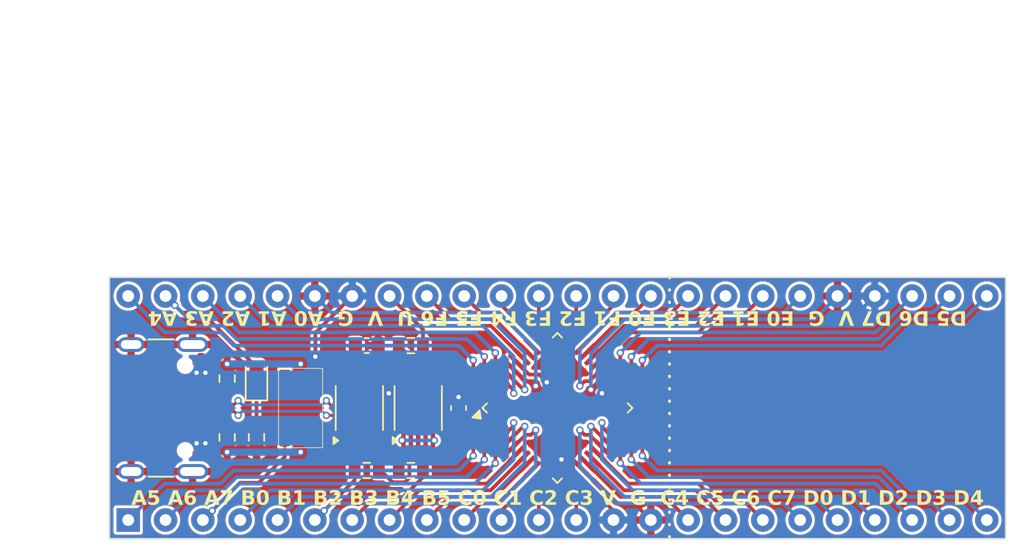
<source format=kicad_pcb>
(kicad_pcb (version 20240108) (generator "pcbnew") (generator_version "8.0")
  (layers (0 "F.Cu" signal) (31 "B.Cu" signal) (34 "B.Paste" user) (35 "F.Paste" user) (36 "B.SilkS" user "B.Silkscreen") (37 "F.SilkS" user "F.Silkscreen") (38 "B.Mask" user) (39 "F.Mask" user) (44 "Edge.Cuts" user))
  (net 0 "")
  (net 1 "GND")
  (net 2 "Net-(U2-V3)")
  (net 3 "D+")
  (net 4 "D-")
  (net 5 "PA3")
  (net 6 "Net-(D1-K)")
  (net 7 "PA7")
  (net 8 "Net-(J1-CC1)")
  (net 9 "Net-(J1-CC2)")
  (net 10 "VCC")
  (net 11 "UPDI")
  (net 12 "PB2")
  (net 13 "PB3")
  (net 15 "TXD")
  (net 16 "TNOW")
  (net 17 "RXD")
  (net 18 "RTS#")
  (net 21 "Net-(R2-Pad1)")
  (net 22 "Net-(R3-Pad1)")
  (net 23 "Net-(R4-Pad1)")
  (net 24 "PA0")
  (net 25 "PA2")
  (net 26 "PA6")
  (net 27 "PA4")
  (net 28 "PA1")
  (net 29 "PA5")
  (net 30 "PB5")
  (net 31 "PB1")
  (net 32 "PB4")
  (net 33 "PB0")
  (net 34 "PD5")
  (net 35 "PD0")
  (net 36 "PF4")
  (net 37 "PD7")
  (net 38 "PD6")
  (net 39 "PC5")
  (net 40 "PD1")
  (net 41 "PC7")
  (net 42 "PE1")
  (net 43 "PC2")
  (net 44 "PC1")
  (net 45 "PD4")
  (net 46 "PE3")
  (net 47 "PD2")
  (net 48 "PF0")
  (net 49 "PF6")
  (net 50 "PF1")
  (net 51 "PC3")
  (net 52 "PD3")
  (net 53 "PF3")
  (net 54 "PC4")
  (net 55 "PF5")
  (net 56 "PE2")
  (net 57 "PE0")
  (net 58 "PC6")
  (net 59 "PC0")
  (net 60 "PF2")
  (footprint "Package_DIP:DIP-48_W15.24mm_Socket" (layer "F.Cu") (at 101.27 107.62 90)
    (property "Reference" "J2" (hide yes))
    (property "Value" "Conn_02x24_Counter_Clockwise" (hide yes))
  )
  (footprint "Resistor_SMD:R_0603_1608Metric" (layer "F.Cu") (at 108 102 -90)
    (property "Reference" "R6" (hide yes))
    (property "Value" "5k1" (hide yes))
  )
  (footprint "Resistor_SMD:R_0603_1608Metric" (layer "F.Cu") (at 110 102 -90)
    (property "Reference" "R1" (hide yes))
    (property "Value" "10k" (hide yes))
  )
  (footprint "Resistor_SMD:R_0603_1608Metric" (layer "F.Cu") (at 120.5 104.25)
    (property "Reference" "R3" (hide yes))
    (property "Value" "4.7k" (hide yes))
  )
  (footprint "Connector_USB:USB_C_Receptacle_GCT_USB4105-xx-A_16P_TopMnt_Horizontal" (layer "F.Cu") (at 102.54 100 -90)
    (property "Reference" "J1" (hide yes))
    (property "Value" "USB_C_Receptacle_USB2.0_16P" (hide yes))
  )
  (footprint "Library:alps-skrp" (layer "F.Cu") (at 113 100 90)
    (property "Reference" "SW1" (hide yes))
    (property "Value" "SW_Push" (hide yes))
  )
  (footprint "Package_QFP:TQFP-48_7x7mm_P0.5mm" (layer "F.Cu") (at 130.47 99.995 45)
    (property "Reference" "U1" (hide yes))
    (property "Value" "ATmega4809-A" (hide yes))
  )
  (footprint "Capacitor_SMD:C_0603_1608Metric" (layer "F.Cu") (at 117.5 95.75)
    (property "Reference" "C3" (hide yes))
    (property "Value" "0u1" (hide yes))
  )
  (footprint "Resistor_SMD:R_0603_1608Metric" (layer "F.Cu") (at 108 98 -90)
    (property "Reference" "R5" (hide yes))
    (property "Value" "5k1" (hide yes))
  )
  (footprint "LED_SMD:LED_0603_1608Metric" (layer "F.Cu") (at 110 98 90)
    (property "Reference" "D1" (hide yes))
    (property "Value" "LED" (hide yes))
  )
  (footprint "Capacitor_SMD:C_0603_1608Metric" (layer "F.Cu") (at 123.75 100 -90)
    (property "Reference" "C1" (hide yes))
    (property "Value" "4u7" (hide yes))
  )
  (footprint "Resistor_SMD:R_0603_1608Metric" (layer "F.Cu") (at 120.5 95.75)
    (property "Reference" "R2" (hide yes))
    (property "Value" "4.7k" (hide yes))
  )
  (footprint "Package_SO:VSSOP-10_3x3mm_P0.5mm" (layer "F.Cu") (at 121 100 90)
    (property "Reference" "U3" (hide yes))
    (property "Value" "TS5A23159DGS" (hide yes))
  )
  (footprint "LOGO" (layer "F.Cu") (at 143.75 100 90)
    (property "Reference" "G***" (hide yes))
    (property "Value" "LOGO" (hide yes))
  )
  (footprint "Resistor_SMD:R_0603_1608Metric" (layer "F.Cu") (at 117.5 104.25 180)
    (property "Reference" "R4" (hide yes))
    (property "Value" "4.7k" (hide yes))
  )
  (footprint "LOGO" (layer "F.Cu") (at 155 100 90)
    (property "Reference" "G***" (hide yes))
    (property "Value" "LOGO" (hide yes))
  )
  (footprint "Package_SO:MSOP-10_3x3mm_P0.5mm" (layer "F.Cu") (at 117 100 90)
    (property "Reference" "U2" (hide yes))
    (property "Value" "CH340E" (hide yes))
  )
  (footprint "LOGO" (layer "B.Cu") (at 94.92 74.6 -90)
    (property "Reference" "G***" (hide yes))
    (property "Value" "LOGO" (hide yes))
  )
  (gr_line (start 138.1 91.11) (end 138.1 108.89) (stroke (width 0.2) (type dot)) (layer "F.SilkS"))
  (gr_line (start 100 91.11) (end 160.96 91.11) (stroke (width 0.1)) (layer "Edge.Cuts"))
  (gr_line (start 160.96 108.89) (end 100 108.89) (stroke (width 0.1)) (layer "Edge.Cuts"))
  (gr_line (start 100 91.11) (end 100 108.89) (stroke (width 0.1)) (layer "Edge.Cuts"))
  (gr_line (start 160.96 108.89) (end 160.96 91.11) (stroke (width 0.1)) (layer "Edge.Cuts"))
  (gr_text "A5 A6 A7 B0 B1 B2 B3 B4 B5 C0 C1 C2 C3 V  G  C4 C5 C6 C7 D0 D1 D2 D3 D4" (at 130.48 106.75 0) (layer "F.SilkS") (effects (font (size 0.975 0.975) (thickness 0.19) (bold yes)) (justify bottom)))
  (gr_text "D5 D6 D7 V  G  E0 E1 E2 E3 F0 F1 F2 F3 F4 F5 F6 U  V  G  A0 A1 A2 A3 A4" (at 130.47 93.25 180) (layer "F.SilkS") (effects (font (size 0.975 0.975) (thickness 0.19) (bold yes)) (justify bottom)))
  (segment (start 135.705 106.495) (end 134.495126 106.495) (width 0.25) (layer "F.Cu") (net 1))
  (segment (start 136.83 107.62) (end 135.705 106.495) (width 0.25) (layer "F.Cu") (net 1))
  (segment (start 128.675 98.175) (end 128.296446 98.175) (width 0.25) (layer "F.Cu") (net 1))
  (segment (start 132.75 98.75) (end 132.77566 98.75) (width 0.25) (layer "F.Cu") (net 1))
  (segment (start 134.495126 106.495) (end 132.175895 104.175769) (width 0.25) (layer "F.Cu") (net 1))
  (segment (start 128.296446 98.175) (end 127.349891 97.228445) (width 0.25) (layer "F.Cu") (net 1))
  (segment (start 132.77566 98.75) (end 133.943662 97.581998) (width 0.25) (layer "F.Cu") (net 1))
  (segment (start 129 98.5) (end 128.675 98.175) (width 0.25) (layer "F.Cu") (net 1))
  (via (at 132.75 98.75) (size 0.5) (drill 0.3) (layers "F.Cu" "B.Cu") (net 1))
  (via (at 113 103) (size 0.5) (drill 0.3) (layers "F.Cu" "B.Cu") (net 1))
  (via (at 129 98.5) (size 0.5) (drill 0.3) (layers "F.Cu" "B.Cu") (net 1))
  (via (at 113 97) (size 0.5) (drill 0.3) (layers "F.Cu" "B.Cu") (net 1))
  (via (at 108 103) (size 0.5) (drill 0.3) (layers "F.Cu" "B.Cu") (net 1))
  (via (at 108 97) (size 0.5) (drill 0.3) (layers "F.Cu" "B.Cu") (net 1))
  (segment (start 126.505 93.505) (end 115.095 93.505) (width 0.25) (layer "B.Cu") (net 1))
  (segment (start 115.095 93.505) (end 113.97 92.38) (width 0.25) (layer "B.Cu") (net 1))
  (segment (start 132.75 98.75) (end 132.75 96.25) (width 0.25) (layer "B.Cu") (net 1))
  (segment (start 108 97) (end 113 97) (width 0.5) (layer "B.Cu") (net 1))
  (segment (start 129 98.5) (end 129 96) (width 0.25) (layer "B.Cu") (net 1))
  (segment (start 129 96) (end 126.505 93.505) (width 0.25) (layer "B.Cu") (net 1))
  (segment (start 135.045 93.955) (end 147.955 93.955) (width 0.25) (layer "B.Cu") (net 1))
  (segment (start 147.955 93.955) (end 149.53 92.38) (width 0.25) (layer "B.Cu") (net 1))
  (segment (start 108 103) (end 113 103) (width 0.5) (layer "B.Cu") (net 1))
  (segment (start 132.75 96.25) (end 135.045 93.955) (width 0.25) (layer "B.Cu") (net 1))
  (segment (start 116.75 95.775) (end 116.75 96.239212) (width 0.25) (layer "F.Cu") (net 2))
  (segment (start 116.725 95.75) (end 116.75 95.775) (width 0.25) (layer "F.Cu") (net 2))
  (segment (start 116.75 96.239212) (end 116 96.989212) (width 0.25) (layer "F.Cu") (net 2))
  (segment (start 116 96.989212) (end 116 97.8875) (width 0.25) (layer "F.Cu") (net 2))
  (segment (start 105.345 100.01759) (end 105.345 100.48241) (width 0.2) (layer "F.Cu") (net 3))
  (segment (start 107.393096 100.25) (end 108.5 100.25) (width 0.2) (layer "F.Cu") (net 3))
  (segment (start 106.22 99.75) (end 105.61259 99.75) (width 0.2) (layer "F.Cu") (net 3))
  (segment (start 106.22 100.75) (end 106.893096 100.75) (width 0.2) (layer "F.Cu") (net 3))
  (segment (start 106.893096 100.75) (end 107.393096 100.25) (width 0.2) (layer "F.Cu") (net 3))
  (segment (start 108.5 100.25) (end 108.75 100.5) (width 0.2) (layer "F.Cu") (net 3))
  (segment (start 114.75 100.5) (end 115.184746 100.5) (width 0.2) (layer "F.Cu") (net 3))
  (segment (start 115.184746 100.5) (end 116 101.315254) (width 0.2) (layer "F.Cu") (net 3))
  (segment (start 105.61259 99.75) (end 105.345 100.01759) (width 0.2) (layer "F.Cu") (net 3))
  (segment (start 105.61259 100.75) (end 106.22 100.75) (width 0.2) (layer "F.Cu") (net 3))
  (segment (start 116 101.315254) (end 116 102.1125) (width 0.2) (layer "F.Cu") (net 3))
  (segment (start 105.345 100.48241) (end 105.61259 100.75) (width 0.2) (layer "F.Cu") (net 3))
  (via (at 114.75 100.5) (size 0.5) (drill 0.3) (layers "F.Cu" "B.Cu") (net 3))
  (via (at 108.75 100.5) (size 0.5) (drill 0.3) (layers "F.Cu" "B.Cu") (net 3))
  (segment (start 109.024999 100.225001) (end 108.75 100.5) (width 0.2) (layer "B.Cu") (net 3))
  (segment (start 114.75 100.5) (end 114.475001 100.225001) (width 0.2) (layer "B.Cu") (net 3))
  (segment (start 114.475001 100.225001) (end 109.024999 100.225001) (width 0.2) (layer "B.Cu") (net 3))
  (segment (start 114.750432 99.5) (end 116.5 101.249568) (width 0.2) (layer "F.Cu") (net 4))
  (segment (start 116.5 101.249568) (end 116.5 102.1125) (width 0.2) (layer "F.Cu") (net 4))
  (segment (start 107.32741 99.75) (end 108.5 99.75) (width 0.2) (layer "F.Cu") (net 4))
  (segment (start 108.5 99.75) (end 108.75 99.5) (width 0.2) (layer "F.Cu") (net 4))
  (segment (start 106.82741 99.25) (end 106.22 99.25) (width 0.2) (layer "F.Cu") (net 4))
  (segment (start 106.22 100.25) (end 106.82741 100.25) (width 0.2) (layer "F.Cu") (net 4))
  (segment (start 107.32741 99.75) (end 106.82741 99.25) (width 0.2) (layer "F.Cu") (net 4))
  (segment (start 106.82741 100.25) (end 107.095 99.98241) (width 0.2) (layer "F.Cu") (net 4))
  (segment (start 107.095 99.98241) (end 107.32741 99.75) (width 0.2) (layer "F.Cu") (net 4))
  (via (at 108.75 99.5) (size 0.5) (drill 0.3) (layers "F.Cu" "B.Cu") (net 4))
  (via (at 114.750432 99.5) (size 0.5) (drill 0.3) (layers "F.Cu" "B.Cu") (net 4))
  (segment (start 114.475433 99.774999) (end 109.024999 99.774999) (width 0.2) (layer "B.Cu") (net 4))
  (segment (start 114.750432 99.5) (end 114.475433 99.774999) (width 0.2) (layer "B.Cu") (net 4))
  (segment (start 109.024999 99.774999) (end 108.75 99.5) (width 0.2) (layer "B.Cu") (net 4))
  (segment (start 125.5 96.5) (end 125.5 96.939338) (width 0.25) (layer "F.Cu") (net 5))
  (segment (start 104.445 93.015) (end 104.935 93.505) (width 0.25) (layer "F.Cu") (net 5))
  (segment (start 125.269824 97.976804) (end 125.935678 98.642658) (width 0.25) (layer "F.Cu") (net 5))
  (segment (start 125.5 96.939338) (end 125.269824 97.169514) (width 0.25) (layer "F.Cu") (net 5))
  (segment (start 106.2925 93.505) (end 110 97.2125) (width 0.25) (layer "F.Cu") (net 5))
  (segment (start 125.269824 97.169514) (end 125.269824 97.976804) (width 0.25) (layer "F.Cu") (net 5))
  (segment (start 104.935 93.505) (end 106.2925 93.505) (width 0.25) (layer "F.Cu") (net 5))
  (via (at 125.5 96.5) (size 0.5) (drill 0.3) (layers "F.Cu" "B.Cu") (net 5))
  (via (at 104.445 93.015) (size 0.5) (drill 0.3) (layers "F.Cu" "B.Cu") (net 5))
  (segment (start 125.5 96.5) (end 124.305 95.305) (width 0.25) (layer "B.Cu") (net 5))
  (segment (start 108.638604 95.305) (end 107.738604 94.405) (width 0.25) (layer "B.Cu") (net 5))
  (segment (start 124.305 95.305) (end 108.638604 95.305) (width 0.25) (layer "B.Cu") (net 5))
  (segment (start 104.445 93.015) (end 103.81 92.38) (width 0.25) (layer "B.Cu") (net 5))
  (segment (start 105.835 94.405) (end 104.445 93.015) (width 0.25) (layer "B.Cu") (net 5))
  (segment (start 107.738604 94.405) (end 105.835 94.405) (width 0.25) (layer "B.Cu") (net 5))
  (segment (start 110 98.7875) (end 110 101.175) (width 0.25) (layer "F.Cu") (net 6))
  (segment (start 125.719824 102.270302) (end 126.289231 101.700895) (width 0.25) (layer "F.Cu") (net 7))
  (segment (start 111.925 103.315) (end 111.925 102.075) (width 0.25) (layer "F.Cu") (net 7))
  (segment (start 106.35 107.62) (end 106.985 106.985) (width 0.25) (layer "F.Cu") (net 7))
  (segment (start 108.89 105.08) (end 110.16 105.08) (width 0.25) (layer "F.Cu") (net 7))
  (segment (start 106.58 107.62) (end 106.35 107.62) (width 0.25) (layer "F.Cu") (net 7))
  (segment (start 126.073377 102.97741) (end 126.063144 102.97741) (width 0.25) (layer "F.Cu") (net 7))
  (segment (start 126.073377 102.987643) (end 126.073377 102.97741) (width 0.25) (layer "F.Cu") (net 7))
  (segment (start 126.063144 102.97741) (end 125.719824 102.63409) (width 0.25) (layer "F.Cu") (net 7))
  (segment (start 126.25 103.164266) (end 126.073377 102.987643) (width 0.25) (layer "F.Cu") (net 7))
  (segment (start 110.16 105.08) (end 111.925 103.315) (width 0.25) (layer "F.Cu") (net 7))
  (segment (start 106.985 106.985) (end 108.89 105.08) (width 0.25) (layer "F.Cu") (net 7))
  (segment (start 125.719824 102.63409) (end 125.719824 102.270302) (width 0.25) (layer "F.Cu") (net 7))
  (segment (start 126.25 103.75) (end 126.25 103.164266) (width 0.25) (layer "F.Cu") (net 7))
  (via (at 106.985 106.985) (size 0.5) (drill 0.3) (layers "F.Cu" "B.Cu") (net 7))
  (via (at 126.25 103.75) (size 0.5) (drill 0.3) (layers "F.Cu" "B.Cu") (net 7))
  (segment (start 126.25 103.75) (end 124.855 105.145) (width 0.25) (layer "B.Cu") (net 7))
  (segment (start 124.855 105.145) (end 108.825 105.145) (width 0.25) (layer "B.Cu") (net 7))
  (segment (start 108.825 105.145) (end 106.985 106.985) (width 0.25) (layer "B.Cu") (net 7))
  (segment (start 106.985 106.985) (end 106.35 107.62) (width 0.25) (layer "B.Cu") (net 7))
  (segment (start 108 98.825) (end 107.925 98.75) (width 0.25) (layer "F.Cu") (net 8))
  (segment (start 107.925 98.75) (end 106.22 98.75) (width 0.25) (layer "F.Cu") (net 8))
  (segment (start 107.425 101.75) (end 106.22 101.75) (width 0.25) (layer "F.Cu") (net 9))
  (segment (start 108 101.175) (end 107.425 101.75) (width 0.25) (layer "F.Cu") (net 9))
  (segment (start 129.225 97.725) (end 129.75 98.25) (width 0.25) (layer "F.Cu") (net 10))
  (segment (start 121 98.592764) (end 121 97.8) (width 0.25) (layer "F.Cu") (net 10))
  (segment (start 134.29 107.62) (end 134.29 106.99698) (width 0.25) (layer "F.Cu") (net 10))
  (segment (start 119 99) (end 119.025 99.025) (width 0.25) (layer "F.Cu") (net 10))
  (segment (start 114 94.89) (end 116.51 92.38) (width 0.25) (layer "F.Cu") (net 10))
  (segment (start 130.79302 103.5) (end 131.822342 104.529322) (width 0.25) (layer "F.Cu") (net 10))
  (segment (start 119.025 99.025) (end 120.567764 99.025) (width 0.25) (layer "F.Cu") (net 10))
  (segment (start 127.703445 96.874891) (end 128.553554 97.725) (width 0.25) (layer "F.Cu") (net 10))
  (segment (start 118.975 99.025) (end 117.739212 99.025) (width 0.25) (layer "F.Cu") (net 10))
  (segment (start 119 99) (end 118.975 99.025) (width 0.25) (layer "F.Cu") (net 10))
  (segment (start 133.5 99) (end 133.5 98.732766) (width 0.25) (layer "F.Cu") (net 10))
  (segment (start 120.567764 99.025) (end 121 98.592764) (width 0.25) (layer "F.Cu") (net 10))
  (segment (start 134.29 106.99698) (end 131.822342 104.529322) (width 0.25) (layer "F.Cu") (net 10))
  (segment (start 130.75 103.5) (end 130.79302 103.5) (width 0.25) (layer "F.Cu") (net 10))
  (segment (start 133.5 98.732766) (end 134.297215 97.935551) (width 0.25) (layer "F.Cu") (net 10))
  (segment (start 117.5 98.785788) (end 117.5 97.8875) (width 0.25) (layer "F.Cu") (net 10))
  (segment (start 128.553554 97.725) (end 129.225 97.725) (width 0.25) (layer "F.Cu") (net 10))
  (segment (start 114 96.5) (end 114 94.89) (width 0.25) (layer "F.Cu") (net 10))
  (segment (start 117.739212 99.025) (end 117.5 98.785788) (width 0.25) (layer "F.Cu") (net 10))
  (via (at 129.75 98.25) (size 0.5) (drill 0.3) (layers "F.Cu" "B.Cu") (net 10))
  (via (at 133.5 99) (size 0.5) (drill 0.3) (layers "F.Cu" "B.Cu") (net 10))
  (via (at 114 96.5) (size 0.5) (drill 0.3) (layers "F.Cu" "B.Cu") (net 10))
  (via (at 119 99) (size 0.5) (drill 0.3) (layers "F.Cu" "B.Cu") (net 10))
  (via (at 106.52 97.6) (size 0.5) (drill 0.3) (layers "F.Cu" "B.Cu") (net 10))
  (via (at 106.52 102.4) (size 0.5) (drill 0.3) (layers "F.Cu" "B.Cu") (net 10))
  (via (at 130.75 103.5) (size 0.5) (drill 0.3) (layers "F.Cu" "B.Cu") (net 10))
  (via (at 123.75 99.25) (size 0.5) (drill 0.3) (layers "F.Cu" "B.Cu") (net 10))
  (via (at 105.92 97.6) (size 0.5) (drill 0.3) (layers "F.Cu" "B.Cu") (net 10))
  (via (at 105.92 102.4) (size 0.5) (drill 0.3) (layers "F.Cu" "B.Cu") (net 10))
  (segment (start 105 101.48) (end 105 98.52) (width 0.5) (layer "B.Cu") (net 10))
  (segment (start 105.92 102.4) (end 105 101.48) (width 0.5) (layer "B.Cu") (net 10))
  (segment (start 106.52 102.4) (end 105.92 102.4) (width 0.5) (layer "B.Cu") (net 10))
  (segment (start 105 98.52) (end 105.92 97.6) (width 0.5) (layer "B.Cu") (net 10))
  (segment (start 106.52 97.6) (end 105.92 97.6) (width 0.5) (layer "B.Cu") (net 10))
  (segment (start 133.5 99) (end 133.5 96.5) (width 0.25) (layer "B.Cu") (net 10))
  (segment (start 135.595 94.405) (end 150.045 94.405) (width 0.25) (layer "B.Cu") (net 10))
  (segment (start 150.045 94.405) (end 152.07 92.38) (width 0.25) (layer "B.Cu") (net 10))
  (segment (start 133.5 96.5) (end 135.595 94.405) (width 0.25) (layer "B.Cu") (net 10))
  (segment (start 121.325 95.75) (end 121.325 94.655) (width 0.25) (layer "F.Cu") (net 11))
  (segment (start 121.075 94.405) (end 125.94066 94.405) (width 0.25) (layer "F.Cu") (net 11))
  (segment (start 125.94066 94.405) (end 128.056998 96.521338) (width 0.25) (layer "F.Cu") (net 11))
  (segment (start 121.5 97.8) (end 121.5 95.925) (width 0.25) (layer "F.Cu") (net 11))
  (segment (start 119.05 92.38) (end 121.075 94.405) (width 0.25) (layer "F.Cu") (net 11))
  (segment (start 121.5 95.925) (end 121.325 95.75) (width 0.25) (layer "F.Cu") (net 11))
  (segment (start 121.325 94.655) (end 121.075 94.405) (width 0.25) (layer "F.Cu") (net 11))
  (segment (start 128.675 101.825) (end 128.311396 101.825) (width 0.25) (layer "F.Cu") (net 12))
  (segment (start 129 101.5) (end 128.675 101.825) (width 0.25) (layer "F.Cu") (net 12))
  (segment (start 128.311396 101.825) (end 127.374841 102.761555) (width 0.25) (layer "F.Cu") (net 12))
  (segment (start 114.605 106.985) (end 113.97 107.62) (width 0.25) (layer "F.Cu") (net 12))
  (segment (start 116.675 104.25) (end 116.675 104.915) (width 0.25) (layer "F.Cu") (net 12))
  (segment (start 127.374841 102.761555) (end 127.349891 102.761555) (width 0.25) (layer "F.Cu") (net 12))
  (segment (start 116.675 104.915) (end 114.605 106.985) (width 0.25) (layer "F.Cu") (net 12))
  (via (at 114.605 106.985) (size 0.5) (drill 0.3) (layers "F.Cu" "B.Cu") (net 12))
  (via (at 129 101.5) (size 0.5) (drill 0.3) (layers "F.Cu" "B.Cu") (net 12))
  (segment (start 129 104) (end 126.505 106.495) (width 0.25) (layer "B.Cu") (net 12))
  (segment (start 115.095 106.495) (end 113.97 107.62) (width 0.25) (layer "B.Cu") (net 12))
  (segment (start 126.505 106.495) (end 115.095 106.495) (width 0.25) (layer "B.Cu") (net 12))
  (segment (start 129 101.5) (end 129 104) (width 0.25) (layer "B.Cu") (net 12))
  (segment (start 117.635 106.495) (end 119.538604 106.495) (width 0.25) (layer "F.Cu") (net 13))
  (segment (start 119.538604 106.495) (end 120.888604 105.145) (width 0.25) (layer "F.Cu") (net 13))
  (segment (start 121.325 104.708604) (end 120.888604 105.145) (width 0.25) (layer "F.Cu") (net 13))
  (segment (start 125.673554 105.145) (end 127.703445 103.115109) (width 0.25) (layer "F.Cu") (net 13))
  (segment (start 116.51 107.62) (end 117.635 106.495) (width 0.25) (layer "F.Cu") (net 13))
  (segment (start 121.325 104.25) (end 121.325 104.708604) (width 0.25) (layer "F.Cu") (net 13))
  (segment (start 120.888604 105.145) (end 125.673554 105.145) (width 0.25) (layer "F.Cu") (net 13))
  (segment (start 117 96.989212) (end 117 97.8875) (width 0.25) (layer "F.Cu") (net 15))
  (segment (start 117.239212 96.75) (end 117 96.989212) (width 0.25) (layer "F.Cu") (net 15))
  (segment (start 120 97.0344) (end 119.7156 96.75) (width 0.25) (layer "F.Cu") (net 15))
  (segment (start 119.7156 96.75) (end 117.239212 96.75) (width 0.25) (layer "F.Cu") (net 15))
  (segment (start 120 97.8) (end 120 97.0344) (width 0.25) (layer "F.Cu") (net 15))
  (segment (start 117.289212 99.575) (end 121.017764 99.575) (width 0.25) (layer "F.Cu") (net 17))
  (segment (start 116.5 98.785788) (end 117.289212 99.575) (width 0.25) (layer "F.Cu") (net 17))
  (segment (start 122 98.592764) (end 122 97.8) (width 0.25) (layer "F.Cu") (net 17))
  (segment (start 121.017764 99.575) (end 122 98.592764) (width 0.25) (layer "F.Cu") (net 17))
  (segment (start 116.5 97.8875) (end 116.5 98.785788) (width 0.25) (layer "F.Cu") (net 17))
  (segment (start 117.5 102.1125) (end 117.5 103.010788) (width 0.25) (layer "F.Cu") (net 18))
  (segment (start 119.613604 103.25) (end 120 102.863604) (width 0.25) (layer "F.Cu") (net 18))
  (segment (start 117.739212 103.25) (end 119.613604 103.25) (width 0.25) (layer "F.Cu") (net 18))
  (segment (start 120 102.863604) (end 120 102.2) (width 0.25) (layer "F.Cu") (net 18))
  (segment (start 117.5 103.010788) (end 117.739212 103.25) (width 0.25) (layer "F.Cu") (net 18))
  (via (at 122.099999 102.2) (size 0.5) (drill 0.3) (layers "F.Cu" "B.Cu") (net 18))
  (via (at 119.900001 102.2) (size 0.5) (drill 0.3) (layers "F.Cu" "B.Cu") (net 18))
  (segment (start 119.900001 102.2) (end 122.099999 102.2) (width 0.25) (layer "B.Cu") (net 18))
  (segment (start 120.5 96.575) (end 120.5 97.8) (width 0.25) (layer "F.Cu") (net 21))
  (segment (start 119.675 95.75) (end 120.5 96.575) (width 0.25) (layer "F.Cu") (net 21))
  (segment (start 120.5 102.2) (end 120.5 103) (width 0.25) (layer "F.Cu") (net 22))
  (segment (start 119.675 103.825) (end 119.675 104.25) (width 0.25) (layer "F.Cu") (net 22))
  (segment (start 120.5 103) (end 119.675 103.825) (width 0.25) (layer "F.Cu") (net 22))
  (segment (start 119.251996 105.05) (end 120.098004 105.05) (width 0.25) (layer "F.Cu") (net 23))
  (segment (start 118.451996 104.25) (end 119.251996 105.05) (width 0.25) (layer "F.Cu") (net 23))
  (segment (start 118.325 104.25) (end 118.451996 104.25) (width 0.25) (layer "F.Cu") (net 23))
  (segment (start 121 103.25) (end 121.242764 103.25) (width 0.25) (layer "F.Cu") (net 23))
  (segment (start 120.4 103.85) (end 121 103.25) (width 0.25) (layer "F.Cu") (net 23))
  (segment (start 121.5 102.992764) (end 121.5 102.2) (width 0.25) (layer "F.Cu") (net 23))
  (segment (start 120.098004 105.05) (end 120.4 104.748004) (width 0.25) (layer "F.Cu") (net 23))
  (segment (start 120.4 104.748004) (end 120.4 103.85) (width 0.25) (layer "F.Cu") (net 23))
  (segment (start 121.242764 103.25) (end 121.5 102.992764) (width 0.25) (layer "F.Cu") (net 23))
  (segment (start 128.25 98.75) (end 128.16434 98.75) (width 0.25) (layer "F.Cu") (net 24))
  (segment (start 128.16434 98.75) (end 126.996338 97.581998) (width 0.25) (layer "F.Cu") (net 24))
  (via (at 128.25 98.75) (size 0.5) (drill 0.3) (layers "F.Cu" "B.Cu") (net 24))
  (segment (start 128.25 96.25) (end 125.955 93.955) (width 0.25) (layer "B.Cu") (net 24))
  (segment (start 128.25 98.75) (end 128.25 96.25) (width 0.25) (layer "B.Cu") (net 24))
  (segment (start 125.955 93.955) (end 113.005 93.955) (width 0.25) (layer "B.Cu") (net 24))
  (segment (start 113.005 93.955) (end 111.43 92.38) (width 0.25) (layer "B.Cu") (net 24))
  (segment (start 126.25 96.25) (end 126.25 96.825734) (width 0.25) (layer "F.Cu") (net 25))
  (segment (start 125.719824 97.35591) (end 125.719824 97.719698) (width 0.25) (layer "F.Cu") (net 25))
  (segment (start 126.25 96.825734) (end 125.719824 97.35591) (width 0.25) (layer "F.Cu") (net 25))
  (segment (start 125.719824 97.719698) (end 126.289231 98.289105) (width 0.25) (layer "F.Cu") (net 25))
  (via (at 126.25 96.25) (size 0.5) (drill 0.3) (layers "F.Cu" "B.Cu") (net 25))
  (segment (start 126.25 96.25) (end 124.855 94.855) (width 0.25) (layer "B.Cu") (net 25))
  (segment (start 124.855 94.855) (end 108.825 94.855) (width 0.25) (layer "B.Cu") (net 25))
  (segment (start 108.825 94.855) (end 106.35 92.38) (width 0.25) (layer "B.Cu") (net 25))
  (segment (start 125.269824 102.820486) (end 125.269824 102.013196) (width 0.25) (layer "F.Cu") (net 26))
  (segment (start 125.269824 102.013196) (end 125.935678 101.347342) (width 0.25) (layer "F.Cu") (net 26))
  (segment (start 125.5 103.050662) (end 125.269824 102.820486) (width 0.25) (layer "F.Cu") (net 26))
  (segment (start 125.5 103.5) (end 125.5 103.050662) (width 0.25) (layer "F.Cu") (net 26))
  (via (at 125.5 103.5) (size 0.5) (drill 0.3) (layers "F.Cu" "B.Cu") (net 26))
  (segment (start 108.638604 104.695) (end 107.738604 105.595) (width 0.25) (layer "B.Cu") (net 26))
  (segment (start 107.738604 105.595) (end 105.835 105.595) (width 0.25) (layer "B.Cu") (net 26))
  (segment (start 125.5 103.5) (end 124.305 104.695) (width 0.25) (layer "B.Cu") (net 26))
  (segment (start 124.305 104.695) (end 108.638604 104.695) (width 0.25) (layer "B.Cu") (net 26))
  (segment (start 105.835 105.595) (end 103.81 107.62) (width 0.25) (layer "B.Cu") (net 26))
  (segment (start 124.75 96.75) (end 124.75 98.164088) (width 0.25) (layer "F.Cu") (net 27))
  (segment (start 124.75 98.164088) (end 125.582124 98.996212) (width 0.25) (layer "F.Cu") (net 27))
  (via (at 124.75 96.75) (size 0.5) (drill 0.3) (layers "F.Cu" "B.Cu") (net 27))
  (segment (start 124.75 96.75) (end 123.755 95.755) (width 0.25) (layer "B.Cu") (net 27))
  (segment (start 108.452208 95.755) (end 107.552208 94.855) (width 0.25) (layer "B.Cu") (net 27))
  (segment (start 123.755 95.755) (end 108.452208 95.755) (width 0.25) (layer "B.Cu") (net 27))
  (segment (start 103.745 94.855) (end 101.27 92.38) (width 0.25) (layer "B.Cu") (net 27))
  (segment (start 107.552208 94.855) (end 103.745 94.855) (width 0.25) (layer "B.Cu") (net 27))
  (segment (start 127.5 98.792766) (end 126.642785 97.935551) (width 0.25) (layer "F.Cu") (net 28))
  (segment (start 127.5 99) (end 127.5 98.792766) (width 0.25) (layer "F.Cu") (net 28))
  (via (at 127.5 99) (size 0.5) (drill 0.3) (layers "F.Cu" "B.Cu") (net 28))
  (segment (start 127.5 99) (end 127.5 96.5) (width 0.25) (layer "B.Cu") (net 28))
  (segment (start 110.915 94.405) (end 108.89 92.38) (width 0.25) (layer "B.Cu") (net 28))
  (segment (start 127.5 96.5) (end 125.405 94.405) (width 0.25) (layer "B.Cu") (net 28))
  (segment (start 125.405 94.405) (end 110.915 94.405) (width 0.25) (layer "B.Cu") (net 28))
  (segment (start 124.75 103.247912) (end 124.75 101.825912) (width 0.25) (layer "F.Cu") (net 29))
  (segment (start 124.75 101.825912) (end 125.582124 100.993788) (width 0.25) (layer "F.Cu") (net 29))
  (via (at 124.75 103.247912) (size 0.5) (drill 0.3) (layers "F.Cu" "B.Cu") (net 29))
  (segment (start 103.745 105.145) (end 101.27 107.62) (width 0.25) (layer "B.Cu") (net 29))
  (segment (start 124.75 103.247912) (end 123.752912 104.245) (width 0.25) (layer "B.Cu") (net 29))
  (segment (start 107.552208 105.145) (end 103.745 105.145) (width 0.25) (layer "B.Cu") (net 29))
  (segment (start 123.752912 104.245) (end 108.452208 104.245) (width 0.25) (layer "B.Cu") (net 29))
  (segment (start 108.452208 104.245) (end 107.552208 105.145) (width 0.25) (layer "B.Cu") (net 29))
  (segment (start 121.59 107.62) (end 123.165 106.045) (width 0.25) (layer "F.Cu") (net 30))
  (segment (start 123.165 106.045) (end 126.187766 106.045) (width 0.25) (layer "F.Cu") (net 30))
  (segment (start 126.187766 106.045) (end 128.410551 103.822215) (width 0.25) (layer "F.Cu") (net 30))
  (segment (start 128.25 101.25) (end 128.15434 101.25) (width 0.25) (layer "F.Cu") (net 31))
  (segment (start 128.15434 101.25) (end 126.996338 102.408002) (width 0.25) (layer "F.Cu") (net 31))
  (via (at 128.25 101.25) (size 0.5) (drill 0.3) (layers "F.Cu" "B.Cu") (net 31))
  (segment (start 128.25 103.75) (end 125.955 106.045) (width 0.25) (layer "B.Cu") (net 31))
  (segment (start 113.005 106.045) (end 111.43 107.62) (width 0.25) (layer "B.Cu") (net 31))
  (segment (start 125.955 106.045) (end 113.005 106.045) (width 0.25) (layer "B.Cu") (net 31))
  (segment (start 128.25 101.25) (end 128.25 103.75) (width 0.25) (layer "B.Cu") (net 31))
  (segment (start 121.075 105.595) (end 125.93066 105.595) (width 0.25) (layer "F.Cu") (net 32))
  (segment (start 119.05 107.62) (end 121.075 105.595) (width 0.25) (layer "F.Cu") (net 32))
  (segment (start 125.93066 105.595) (end 128.056998 103.468662) (width 0.25) (layer "F.Cu") (net 32))
  (segment (start 127.5 101.197234) (end 126.642785 102.054449) (width 0.25) (layer "F.Cu") (net 33))
  (segment (start 127.5 101) (end 127.5 101.197234) (width 0.25) (layer "F.Cu") (net 33))
  (via (at 127.5 101) (size 0.5) (drill 0.3) (layers "F.Cu" "B.Cu") (net 33))
  (segment (start 110.915 105.595) (end 108.89 107.62) (width 0.25) (layer "B.Cu") (net 33))
  (segment (start 127.5 103.5) (end 125.405 105.595) (width 0.25) (layer "B.Cu") (net 33))
  (segment (start 127.5 101) (end 127.5 103.5) (width 0.25) (layer "B.Cu") (net 33))
  (segment (start 125.405 105.595) (end 110.915 105.595) (width 0.25) (layer "B.Cu") (net 33))
  (segment (start 136.25 96.75) (end 136.25 98.104088) (width 0.25) (layer "F.Cu") (net 34))
  (segment (start 136.25 98.104088) (end 135.357876 98.996212) (width 0.25) (layer "F.Cu") (net 34))
  (via (at 136.25 96.75) (size 0.5) (drill 0.3) (layers "F.Cu" "B.Cu") (net 34))
  (segment (start 137.245 95.755) (end 152.507792 95.755) (width 0.25) (layer "B.Cu") (net 34))
  (segment (start 154.307792 93.955) (end 158.115 93.955) (width 0.25) (layer "B.Cu") (net 34))
  (segment (start 136.25 96.75) (end 137.245 95.755) (width 0.25) (layer "B.Cu") (net 34))
  (segment (start 152.507792 95.755) (end 154.307792 93.955) (width 0.25) (layer "B.Cu") (net 34))
  (segment (start 158.115 93.955) (end 159.69 92.38) (width 0.25) (layer "B.Cu") (net 34))
  (segment (start 132.78566 101.25) (end 133.943662 102.408002) (width 0.25) (layer "F.Cu") (net 35))
  (segment (start 132.75 101.25) (end 132.78566 101.25) (width 0.25) (layer "F.Cu") (net 35))
  (via (at 132.75 101.25) (size 0.5) (drill 0.3) (layers "F.Cu" "B.Cu") (net 35))
  (segment (start 135.045 106.045) (end 147.955 106.045) (width 0.25) (layer "B.Cu") (net 35))
  (segment (start 147.955 106.045) (end 149.53 107.62) (width 0.25) (layer "B.Cu") (net 35))
  (segment (start 132.75 103.75) (end 135.045 106.045) (width 0.25) (layer "B.Cu") (net 35))
  (segment (start 132.75 101.25) (end 132.75 103.75) (width 0.25) (layer "B.Cu") (net 35))
  (segment (start 126.67 92.38) (end 126.67 93.01302) (width 0.25) (layer "F.Cu") (net 36))
  (segment (start 126.67 93.01302) (end 129.117658 95.460678) (width 0.25) (layer "F.Cu") (net 36))
  (segment (start 135.220176 97.35591) (end 135.220176 97.719698) (width 0.25) (layer "F.Cu") (net 37))
  (segment (start 135.220176 97.719698) (end 134.650769 98.289105) (width 0.25) (layer "F.Cu") (net 37))
  (segment (start 134.75 96.885734) (end 135.220176 97.35591) (width 0.25) (layer "F.Cu") (net 37))
  (segment (start 134.75 96.25) (end 134.75 96.885734) (width 0.25) (layer "F.Cu") (net 37))
  (via (at 134.75 96.25) (size 0.5) (drill 0.3) (layers "F.Cu" "B.Cu") (net 37))
  (segment (start 134.75 96.25) (end 136.145 94.855) (width 0.25) (layer "B.Cu") (net 37))
  (segment (start 152.135 94.855) (end 154.61 92.38) (width 0.25) (layer "B.Cu") (net 37))
  (segment (start 136.145 94.855) (end 152.135 94.855) (width 0.25) (layer "B.Cu") (net 37))
  (segment (start 135.670176 97.976804) (end 135.004322 98.642658) (width 0.25) (layer "F.Cu") (net 38))
  (segment (start 135.670176 97.169514) (end 135.670176 97.976804) (width 0.25) (layer "F.Cu") (net 38))
  (segment (start 135.5 96.5) (end 135.5 96.999338) (width 0.25) (layer "F.Cu") (net 38))
  (segment (start 135.5 96.999338) (end 135.670176 97.169514) (width 0.25) (layer "F.Cu") (net 38))
  (via (at 135.5 96.5) (size 0.5) (drill 0.3) (layers "F.Cu" "B.Cu") (net 38))
  (segment (start 154.121396 93.505) (end 156.025 93.505) (width 0.25) (layer "B.Cu") (net 38))
  (segment (start 156.025 93.505) (end 157.15 92.38) (width 0.25) (layer "B.Cu") (net 38))
  (segment (start 136.695 95.305) (end 152.321396 95.305) (width 0.25) (layer "B.Cu") (net 38))
  (segment (start 152.321396 95.305) (end 154.121396 93.505) (width 0.25) (layer "B.Cu") (net 38))
  (segment (start 135.5 96.5) (end 136.695 95.305) (width 0.25) (layer "B.Cu") (net 38))
  (segment (start 141.91 107.62) (end 139.885 105.595) (width 0.25) (layer "F.Cu") (net 39))
  (segment (start 135.00934 105.595) (end 132.883002 103.468662) (width 0.25) (layer "F.Cu") (net 39))
  (segment (start 139.885 105.595) (end 135.00934 105.595) (width 0.25) (layer "F.Cu") (net 39))
  (segment (start 133.5 101) (end 133.534914 101.034914) (width 0.25) (layer "F.Cu") (net 40))
  (segment (start 133.534914 101.292148) (end 134.297215 102.054449) (width 0.25) (layer "F.Cu") (net 40))
  (segment (start 133.534914 101.034914) (end 133.534914 101.292148) (width 0.25) (layer "F.Cu") (net 40))
  (via (at 133.5 101) (size 0.5) (drill 0.3) (layers "F.Cu" "B.Cu") (net 40))
  (segment (start 135.595 105.595) (end 150.045 105.595) (width 0.25) (layer "B.Cu") (net 40))
  (segment (start 150.045 105.595) (end 152.07 107.62) (width 0.25) (layer "B.Cu") (net 40))
  (segment (start 133.5 101) (end 133.5 103.5) (width 0.25) (layer "B.Cu") (net 40))
  (segment (start 133.5 103.5) (end 135.595 105.595) (width 0.25) (layer "B.Cu") (net 40))
  (segment (start 132.325 101.825) (end 132.653554 101.825) (width 0.25) (layer "F.Cu") (net 41))
  (segment (start 132.653554 101.825) (end 133.590109 102.761555) (width 0.25) (layer "F.Cu") (net 41))
  (segment (start 132 101.5) (end 132.325 101.825) (width 0.25) (layer "F.Cu") (net 41))
  (via (at 132 101.5) (size 0.5) (drill 0.3) (layers "F.Cu" "B.Cu") (net 41))
  (segment (start 132 104) (end 134.495 106.495) (width 0.25) (layer "B.Cu") (net 41))
  (segment (start 145.865 106.495) (end 146.99 107.62) (width 0.25) (layer "B.Cu") (net 41))
  (segment (start 132 101.5) (end 132 104) (width 0.25) (layer "B.Cu") (net 41))
  (segment (start 134.495 106.495) (end 145.865 106.495) (width 0.25) (layer "B.Cu") (net 41))
  (segment (start 144.45 92.38) (end 143.325 93.505) (width 0.25) (layer "F.Cu") (net 42))
  (segment (start 135.256446 94.855) (end 133.236555 96.874891) (width 0.25) (layer "F.Cu") (net 42))
  (segment (start 140.071396 94.855) (end 135.256446 94.855) (width 0.25) (layer "F.Cu") (net 42))
  (segment (start 143.325 93.505) (end 141.421396 93.505) (width 0.25) (layer "F.Cu") (net 42))
  (segment (start 141.421396 93.505) (end 140.071396 94.855) (width 0.25) (layer "F.Cu") (net 42))
  (segment (start 129.21 107.62) (end 129.21 105.144088) (width 0.25) (layer "F.Cu") (net 43))
  (segment (start 129.21 105.144088) (end 129.471212 104.882876) (width 0.25) (layer "F.Cu") (net 43))
  (segment (start 126.67 107.62) (end 126.67 106.97698) (width 0.25) (layer "F.Cu") (net 44))
  (segment (start 126.67 106.97698) (end 129.117658 104.529322) (width 0.25) (layer "F.Cu") (net 44))
  (segment (start 136.25 101.885912) (end 135.357876 100.993788) (width 0.25) (layer "F.Cu") (net 45))
  (segment (start 136.25 103.25) (end 136.25 101.885912) (width 0.25) (layer "F.Cu") (net 45))
  (via (at 136.25 103.25) (size 0.5) (drill 0.3) (layers "F.Cu" "B.Cu") (net 45))
  (segment (start 158.115 106.045) (end 159.69 107.62) (width 0.25) (layer "B.Cu") (net 45))
  (segment (start 137.245 104.245) (end 152.507792 104.245) (width 0.25) (layer "B.Cu") (net 45))
  (segment (start 154.307792 106.045) (end 158.115 106.045) (width 0.25) (layer "B.Cu") (net 45))
  (segment (start 152.507792 104.245) (end 154.307792 106.045) (width 0.25) (layer "B.Cu") (net 45))
  (segment (start 136.25 103.25) (end 137.245 104.245) (width 0.25) (layer "B.Cu") (net 45))
  (segment (start 134.742234 93.955) (end 132.529449 96.167785) (width 0.25) (layer "F.Cu") (net 46))
  (segment (start 137.795 93.955) (end 134.742234 93.955) (width 0.25) (layer "F.Cu") (net 46))
  (segment (start 139.37 92.38) (end 137.795 93.955) (width 0.25) (layer "F.Cu") (net 46))
  (segment (start 135.220176 102.270302) (end 134.650769 101.700895) (width 0.25) (layer "F.Cu") (net 47))
  (segment (start 134.75 103.104266) (end 135.220176 102.63409) (width 0.25) (layer "F.Cu") (net 47))
  (segment (start 134.75 103.75) (end 134.75 103.104266) (width 0.25) (layer "F.Cu") (net 47))
  (segment (start 135.220176 102.63409) (end 135.220176 102.270302) (width 0.25) (layer "F.Cu") (net 47))
  (via (at 134.75 103.75) (size 0.5) (drill 0.3) (layers "F.Cu" "B.Cu") (net 47))
  (segment (start 134.75 103.75) (end 136.145 105.145) (width 0.25) (layer "B.Cu") (net 47))
  (segment (start 152.135 105.145) (end 154.61 107.62) (width 0.25) (layer "B.Cu") (net 47))
  (segment (start 136.145 105.145) (end 152.135 105.145) (width 0.25) (layer "B.Cu") (net 47))
  (segment (start 136.83 92.38) (end 135.705 93.505) (width 0.25) (layer "F.Cu") (net 48))
  (segment (start 135.705 93.505) (end 134.485126 93.505) (width 0.25) (layer "F.Cu") (net 48))
  (segment (start 134.485126 93.505) (end 132.175895 95.814231) (width 0.25) (layer "F.Cu") (net 48))
  (segment (start 126.197766 93.955) (end 128.410551 96.167785) (width 0.25) (layer "F.Cu") (net 49))
  (segment (start 123.165 93.955) (end 126.197766 93.955) (width 0.25) (layer "F.Cu") (net 49))
  (segment (start 121.59 92.38) (end 123.165 93.955) (width 0.25) (layer "F.Cu") (net 49))
  (segment (start 131.822342 95.460678) (end 134.29 92.99302) (width 0.25) (layer "F.Cu") (net 50))
  (segment (start 134.29 92.99302) (end 134.29 92.38) (width 0.25) (layer "F.Cu") (net 50))
  (segment (start 131.75 105.164088) (end 131.468788 104.882876) (width 0.25) (layer "F.Cu") (net 51))
  (segment (start 131.75 107.62) (end 131.75 105.164088) (width 0.25) (layer "F.Cu") (net 51))
  (segment (start 135.670176 102.820486) (end 135.670176 102.013196) (width 0.25) (layer "F.Cu") (net 52))
  (segment (start 135.5 103.5) (end 135.5 102.990662) (width 0.25) (layer "F.Cu") (net 52))
  (segment (start 135.670176 102.013196) (end 135.004322 101.347342) (width 0.25) (layer "F.Cu") (net 52))
  (segment (start 135.5 102.990662) (end 135.670176 102.820486) (width 0.25) (layer "F.Cu") (net 52))
  (via (at 135.5 103.5) (size 0.5) (drill 0.3) (layers "F.Cu" "B.Cu") (net 52))
  (segment (start 152.321396 104.695) (end 154.121396 106.495) (width 0.25) (layer "B.Cu") (net 52))
  (segment (start 154.121396 106.495) (end 156.025 106.495) (width 0.25) (layer "B.Cu") (net 52))
  (segment (start 156.025 106.495) (end 157.15 107.62) (width 0.25) (layer "B.Cu") (net 52))
  (segment (start 135.5 103.5) (end 136.695 104.695) (width 0.25) (layer "B.Cu") (net 52))
  (segment (start 136.695 104.695) (end 152.321396 104.695) (width 0.25) (layer "B.Cu") (net 52))
  (segment (start 129.21 94.845912) (end 129.471212 95.107124) (width 0.25) (layer "F.Cu") (net 53))
  (segment (start 129.21 92.38) (end 129.21 94.845912) (width 0.25) (layer "F.Cu") (net 53))
  (segment (start 139.37 107.62) (end 137.795 106.045) (width 0.25) (layer "F.Cu") (net 54))
  (segment (start 134.752234 106.045) (end 132.529449 103.822215) (width 0.25) (layer "F.Cu") (net 54))
  (segment (start 137.795 106.045) (end 134.752234 106.045) (width 0.25) (layer "F.Cu") (net 54))
  (segment (start 125.255 93.505) (end 126.490228 93.505) (width 0.25) (layer "F.Cu") (net 55))
  (segment (start 126.490228 93.505) (end 128.867614 95.882386) (width 0.25) (layer "F.Cu") (net 55))
  (segment (start 124.13 92.38) (end 125.255 93.505) (width 0.25) (layer "F.Cu") (net 55))
  (segment (start 139.885 94.405) (end 134.99934 94.405) (width 0.25) (layer "F.Cu") (net 56))
  (segment (start 134.99934 94.405) (end 132.883002 96.521338) (width 0.25) (layer "F.Cu") (net 56))
  (segment (start 141.91 92.38) (end 139.885 94.405) (width 0.25) (layer "F.Cu") (net 56))
  (segment (start 132.643554 98.175) (end 133.590109 97.228445) (width 0.25) (layer "F.Cu") (net 57))
  (segment (start 132.325 98.175) (end 132.643554 98.175) (width 0.25) (layer "F.Cu") (net 57))
  (segment (start 132 98.5) (end 132.325 98.175) (width 0.25) (layer "F.Cu") (net 57))
  (via (at 132 98.5) (size 0.5) (drill 0.3) (layers "F.Cu" "B.Cu") (net 57))
  (segment (start 132 96) (end 134.495 93.505) (width 0.25) (layer "B.Cu") (net 57))
  (segment (start 134.495 93.505) (end 145.865 93.505) (width 0.25) (layer "B.Cu") (net 57))
  (segment (start 132 98.5) (end 132 96) (width 0.25) (layer "B.Cu") (net 57))
  (segment (start 145.865 93.505) (end 146.99 92.38) (width 0.25) (layer "B.Cu") (net 57))
  (segment (start 144.45 107.62) (end 143.325 106.495) (width 0.25) (layer "F.Cu") (net 58))
  (segment (start 135.266446 105.145) (end 133.236555 103.115109) (width 0.25) (layer "F.Cu") (net 58))
  (segment (start 141.421396 106.495) (end 140.071396 105.145) (width 0.25) (layer "F.Cu") (net 58))
  (segment (start 140.071396 105.145) (end 135.266446 105.145) (width 0.25) (layer "F.Cu") (net 58))
  (segment (start 143.325 106.495) (end 141.421396 106.495) (width 0.25) (layer "F.Cu") (net 58))
  (segment (start 126.444874 106.495) (end 128.764105 104.175769) (width 0.25) (layer "F.Cu") (net 59))
  (segment (start 125.255 106.495) (end 126.444874 106.495) (width 0.25) (layer "F.Cu") (net 59))
  (segment (start 124.13 107.62) (end 125.255 106.495) (width 0.25) (layer "F.Cu") (net 59))
  (segment (start 131.75 92.38) (end 131.75 94.825912) (width 0.25) (layer "F.Cu") (net 60))
  (segment (start 131.75 94.825912) (end 131.468788 95.107124) (width 0.25) (layer "F.Cu") (net 60))
  (zone (net 1) (net_name "GND") (layer "F.Cu") (priority 1) (connect_pads (clearance 0.2)) (min_thickness 0.25) (fill yes (thermal_gap 0.2) (thermal_bridge_width 0.5))
    (polygon (pts (xy 98.73 89.84) (xy 98.73 110.16) (xy 162.23 110.16) (xy 162.23 89.84)))
  )
  (zone (net 10) (net_name "VCC") (layer "B.Cu") (connect_pads (clearance 0.2)) (min_thickness 0.25) (fill yes (thermal_gap 0.2) (thermal_bridge_width 0.5))
    (polygon (pts (xy 98.73 89.84) (xy 98.73 110.16) (xy 162.23 110.16) (xy 162.23 89.84)))
  )
)
</source>
